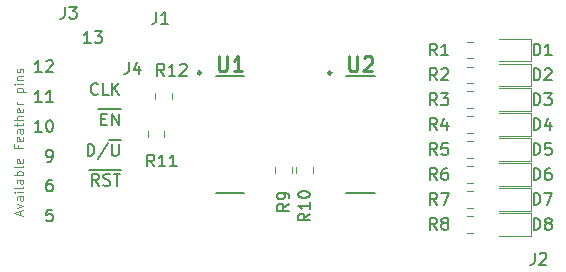
<source format=gbr>
G04 #@! TF.GenerationSoftware,KiCad,Pcbnew,(5.1.4)-1*
G04 #@! TF.CreationDate,2019-11-29T16:32:21-05:00*
G04 #@! TF.ProjectId,Feather-8bit-counter,46656174-6865-4722-9d38-6269742d636f,rev?*
G04 #@! TF.SameCoordinates,Original*
G04 #@! TF.FileFunction,Legend,Top*
G04 #@! TF.FilePolarity,Positive*
%FSLAX46Y46*%
G04 Gerber Fmt 4.6, Leading zero omitted, Abs format (unit mm)*
G04 Created by KiCad (PCBNEW (5.1.4)-1) date 2019-11-29 16:32:21*
%MOMM*%
%LPD*%
G04 APERTURE LIST*
%ADD10C,0.150000*%
%ADD11C,0.100000*%
%ADD12C,0.120000*%
%ADD13C,0.250000*%
%ADD14C,0.152400*%
%ADD15C,0.254000*%
G04 APERTURE END LIST*
D10*
X105649424Y-63849000D02*
X105173233Y-63849000D01*
X105125614Y-64325191D01*
X105173233Y-64277572D01*
X105268471Y-64229953D01*
X105506567Y-64229953D01*
X105601805Y-64277572D01*
X105649424Y-64325191D01*
X105697043Y-64420429D01*
X105697043Y-64658524D01*
X105649424Y-64753762D01*
X105601805Y-64801381D01*
X105506567Y-64849000D01*
X105268471Y-64849000D01*
X105173233Y-64801381D01*
X105125614Y-64753762D01*
X105601805Y-61322545D02*
X105411329Y-61322545D01*
X105316090Y-61370165D01*
X105268471Y-61417784D01*
X105173233Y-61560641D01*
X105125614Y-61751117D01*
X105125614Y-62132069D01*
X105173233Y-62227307D01*
X105220852Y-62274926D01*
X105316090Y-62322545D01*
X105506567Y-62322545D01*
X105601805Y-62274926D01*
X105649424Y-62227307D01*
X105697043Y-62132069D01*
X105697043Y-61893974D01*
X105649424Y-61798736D01*
X105601805Y-61751117D01*
X105506567Y-61703498D01*
X105316090Y-61703498D01*
X105220852Y-61751117D01*
X105173233Y-61798736D01*
X105125614Y-61893974D01*
X105220852Y-59796092D02*
X105411329Y-59796092D01*
X105506567Y-59748473D01*
X105554186Y-59700854D01*
X105649424Y-59557997D01*
X105697043Y-59367521D01*
X105697043Y-58986569D01*
X105649424Y-58891331D01*
X105601805Y-58843712D01*
X105506567Y-58796092D01*
X105316090Y-58796092D01*
X105220852Y-58843712D01*
X105173233Y-58891331D01*
X105125614Y-58986569D01*
X105125614Y-59224664D01*
X105173233Y-59319902D01*
X105220852Y-59367521D01*
X105316090Y-59415140D01*
X105506567Y-59415140D01*
X105601805Y-59367521D01*
X105649424Y-59319902D01*
X105697043Y-59224664D01*
X104744662Y-57269639D02*
X104173234Y-57269639D01*
X104458948Y-57269639D02*
X104458948Y-56269639D01*
X104363710Y-56412497D01*
X104268472Y-56507735D01*
X104173234Y-56555354D01*
X105363710Y-56269639D02*
X105458948Y-56269639D01*
X105554186Y-56317259D01*
X105601805Y-56364878D01*
X105649424Y-56460116D01*
X105697043Y-56650592D01*
X105697043Y-56888687D01*
X105649424Y-57079163D01*
X105601805Y-57174401D01*
X105554186Y-57222020D01*
X105458948Y-57269639D01*
X105363710Y-57269639D01*
X105268472Y-57222020D01*
X105220853Y-57174401D01*
X105173234Y-57079163D01*
X105125615Y-56888687D01*
X105125615Y-56650592D01*
X105173234Y-56460116D01*
X105220853Y-56364878D01*
X105268472Y-56317259D01*
X105363710Y-56269639D01*
X104744662Y-54743186D02*
X104173234Y-54743186D01*
X104458948Y-54743186D02*
X104458948Y-53743186D01*
X104363710Y-53886044D01*
X104268472Y-53981282D01*
X104173234Y-54028901D01*
X105697043Y-54743186D02*
X105125615Y-54743186D01*
X105411329Y-54743186D02*
X105411329Y-53743186D01*
X105316091Y-53886044D01*
X105220853Y-53981282D01*
X105125615Y-54028901D01*
X104744662Y-52216733D02*
X104173234Y-52216733D01*
X104458948Y-52216733D02*
X104458948Y-51216733D01*
X104363710Y-51359591D01*
X104268472Y-51454829D01*
X104173234Y-51502448D01*
X105125615Y-51311972D02*
X105173234Y-51264353D01*
X105268472Y-51216733D01*
X105506567Y-51216733D01*
X105601805Y-51264353D01*
X105649424Y-51311972D01*
X105697043Y-51407210D01*
X105697043Y-51502448D01*
X105649424Y-51645305D01*
X105077996Y-52216733D01*
X105697043Y-52216733D01*
X108897443Y-49753780D02*
X108326015Y-49753780D01*
X108611729Y-49753780D02*
X108611729Y-48753780D01*
X108516491Y-48896638D01*
X108421253Y-48991876D01*
X108326015Y-49039495D01*
X109230777Y-48753780D02*
X109849824Y-48753780D01*
X109516491Y-49134733D01*
X109659348Y-49134733D01*
X109754586Y-49182352D01*
X109802205Y-49229971D01*
X109849824Y-49325209D01*
X109849824Y-49563304D01*
X109802205Y-49658542D01*
X109754586Y-49706161D01*
X109659348Y-49753780D01*
X109373634Y-49753780D01*
X109278396Y-49706161D01*
X109230777Y-49658542D01*
X108784830Y-60461560D02*
X109784830Y-60461560D01*
X109594353Y-61828940D02*
X109261020Y-61352750D01*
X109022925Y-61828940D02*
X109022925Y-60828940D01*
X109403877Y-60828940D01*
X109499115Y-60876560D01*
X109546734Y-60924179D01*
X109594353Y-61019417D01*
X109594353Y-61162274D01*
X109546734Y-61257512D01*
X109499115Y-61305131D01*
X109403877Y-61352750D01*
X109022925Y-61352750D01*
X109784830Y-60461560D02*
X110737211Y-60461560D01*
X109975306Y-61781321D02*
X110118163Y-61828940D01*
X110356258Y-61828940D01*
X110451496Y-61781321D01*
X110499115Y-61733702D01*
X110546734Y-61638464D01*
X110546734Y-61543226D01*
X110499115Y-61447988D01*
X110451496Y-61400369D01*
X110356258Y-61352750D01*
X110165782Y-61305131D01*
X110070544Y-61257512D01*
X110022925Y-61209893D01*
X109975306Y-61114655D01*
X109975306Y-61019417D01*
X110022925Y-60924179D01*
X110070544Y-60876560D01*
X110165782Y-60828940D01*
X110403877Y-60828940D01*
X110546734Y-60876560D01*
X110737211Y-60461560D02*
X111499115Y-60461560D01*
X110832449Y-60828940D02*
X111403877Y-60828940D01*
X111118163Y-61828940D02*
X111118163Y-60828940D01*
D11*
X102944200Y-64311628D02*
X102944200Y-63954485D01*
X103158485Y-64383057D02*
X102408485Y-64133057D01*
X103158485Y-63883057D01*
X102658485Y-63704485D02*
X103158485Y-63525914D01*
X102658485Y-63347342D01*
X103158485Y-62740200D02*
X102765628Y-62740200D01*
X102694200Y-62775914D01*
X102658485Y-62847342D01*
X102658485Y-62990200D01*
X102694200Y-63061628D01*
X103122771Y-62740200D02*
X103158485Y-62811628D01*
X103158485Y-62990200D01*
X103122771Y-63061628D01*
X103051342Y-63097342D01*
X102979914Y-63097342D01*
X102908485Y-63061628D01*
X102872771Y-62990200D01*
X102872771Y-62811628D01*
X102837057Y-62740200D01*
X103158485Y-62383057D02*
X102658485Y-62383057D01*
X102408485Y-62383057D02*
X102444200Y-62418771D01*
X102479914Y-62383057D01*
X102444200Y-62347342D01*
X102408485Y-62383057D01*
X102479914Y-62383057D01*
X103158485Y-61918771D02*
X103122771Y-61990200D01*
X103051342Y-62025914D01*
X102408485Y-62025914D01*
X103158485Y-61311628D02*
X102765628Y-61311628D01*
X102694200Y-61347342D01*
X102658485Y-61418771D01*
X102658485Y-61561628D01*
X102694200Y-61633057D01*
X103122771Y-61311628D02*
X103158485Y-61383057D01*
X103158485Y-61561628D01*
X103122771Y-61633057D01*
X103051342Y-61668771D01*
X102979914Y-61668771D01*
X102908485Y-61633057D01*
X102872771Y-61561628D01*
X102872771Y-61383057D01*
X102837057Y-61311628D01*
X103158485Y-60954485D02*
X102408485Y-60954485D01*
X102694200Y-60954485D02*
X102658485Y-60883057D01*
X102658485Y-60740200D01*
X102694200Y-60668771D01*
X102729914Y-60633057D01*
X102801342Y-60597342D01*
X103015628Y-60597342D01*
X103087057Y-60633057D01*
X103122771Y-60668771D01*
X103158485Y-60740200D01*
X103158485Y-60883057D01*
X103122771Y-60954485D01*
X103158485Y-60168771D02*
X103122771Y-60240200D01*
X103051342Y-60275914D01*
X102408485Y-60275914D01*
X103122771Y-59597342D02*
X103158485Y-59668771D01*
X103158485Y-59811628D01*
X103122771Y-59883057D01*
X103051342Y-59918771D01*
X102765628Y-59918771D01*
X102694200Y-59883057D01*
X102658485Y-59811628D01*
X102658485Y-59668771D01*
X102694200Y-59597342D01*
X102765628Y-59561628D01*
X102837057Y-59561628D01*
X102908485Y-59918771D01*
X102765628Y-58418771D02*
X102765628Y-58668771D01*
X103158485Y-58668771D02*
X102408485Y-58668771D01*
X102408485Y-58311628D01*
X103122771Y-57740200D02*
X103158485Y-57811628D01*
X103158485Y-57954485D01*
X103122771Y-58025914D01*
X103051342Y-58061628D01*
X102765628Y-58061628D01*
X102694200Y-58025914D01*
X102658485Y-57954485D01*
X102658485Y-57811628D01*
X102694200Y-57740200D01*
X102765628Y-57704485D01*
X102837057Y-57704485D01*
X102908485Y-58061628D01*
X103158485Y-57061628D02*
X102765628Y-57061628D01*
X102694200Y-57097342D01*
X102658485Y-57168771D01*
X102658485Y-57311628D01*
X102694200Y-57383057D01*
X103122771Y-57061628D02*
X103158485Y-57133057D01*
X103158485Y-57311628D01*
X103122771Y-57383057D01*
X103051342Y-57418771D01*
X102979914Y-57418771D01*
X102908485Y-57383057D01*
X102872771Y-57311628D01*
X102872771Y-57133057D01*
X102837057Y-57061628D01*
X102658485Y-56811628D02*
X102658485Y-56525914D01*
X102408485Y-56704485D02*
X103051342Y-56704485D01*
X103122771Y-56668771D01*
X103158485Y-56597342D01*
X103158485Y-56525914D01*
X103158485Y-56275914D02*
X102408485Y-56275914D01*
X103158485Y-55954485D02*
X102765628Y-55954485D01*
X102694200Y-55990200D01*
X102658485Y-56061628D01*
X102658485Y-56168771D01*
X102694200Y-56240200D01*
X102729914Y-56275914D01*
X103122771Y-55311628D02*
X103158485Y-55383057D01*
X103158485Y-55525914D01*
X103122771Y-55597342D01*
X103051342Y-55633057D01*
X102765628Y-55633057D01*
X102694200Y-55597342D01*
X102658485Y-55525914D01*
X102658485Y-55383057D01*
X102694200Y-55311628D01*
X102765628Y-55275914D01*
X102837057Y-55275914D01*
X102908485Y-55633057D01*
X103158485Y-54954485D02*
X102658485Y-54954485D01*
X102801342Y-54954485D02*
X102729914Y-54918771D01*
X102694200Y-54883057D01*
X102658485Y-54811628D01*
X102658485Y-54740200D01*
X102658485Y-53918771D02*
X103408485Y-53918771D01*
X102694200Y-53918771D02*
X102658485Y-53847342D01*
X102658485Y-53704485D01*
X102694200Y-53633057D01*
X102729914Y-53597342D01*
X102801342Y-53561628D01*
X103015628Y-53561628D01*
X103087057Y-53597342D01*
X103122771Y-53633057D01*
X103158485Y-53704485D01*
X103158485Y-53847342D01*
X103122771Y-53918771D01*
X103158485Y-53240200D02*
X102658485Y-53240200D01*
X102408485Y-53240200D02*
X102444200Y-53275914D01*
X102479914Y-53240200D01*
X102444200Y-53204485D01*
X102408485Y-53240200D01*
X102479914Y-53240200D01*
X102658485Y-52883057D02*
X103158485Y-52883057D01*
X102729914Y-52883057D02*
X102694200Y-52847342D01*
X102658485Y-52775914D01*
X102658485Y-52668771D01*
X102694200Y-52597342D01*
X102765628Y-52561628D01*
X103158485Y-52561628D01*
X103122771Y-52240200D02*
X103158485Y-52168771D01*
X103158485Y-52025914D01*
X103122771Y-51954485D01*
X103051342Y-51918771D01*
X103015628Y-51918771D01*
X102944200Y-51954485D01*
X102908485Y-52025914D01*
X102908485Y-52133057D01*
X102872771Y-52204485D01*
X102801342Y-52240200D01*
X102765628Y-52240200D01*
X102694200Y-52204485D01*
X102658485Y-52133057D01*
X102658485Y-52025914D01*
X102694200Y-51954485D01*
D10*
X108641973Y-59304180D02*
X108641973Y-58304180D01*
X108880068Y-58304180D01*
X109022925Y-58351800D01*
X109118163Y-58447038D01*
X109165782Y-58542276D01*
X109213401Y-58732752D01*
X109213401Y-58875609D01*
X109165782Y-59066085D01*
X109118163Y-59161323D01*
X109022925Y-59256561D01*
X108880068Y-59304180D01*
X108641973Y-59304180D01*
X110356258Y-58256561D02*
X109499116Y-59542276D01*
X110451497Y-57936800D02*
X111499116Y-57936800D01*
X110689592Y-58304180D02*
X110689592Y-59113704D01*
X110737211Y-59208942D01*
X110784830Y-59256561D01*
X110880068Y-59304180D01*
X111070544Y-59304180D01*
X111165782Y-59256561D01*
X111213401Y-59208942D01*
X111261020Y-59113704D01*
X111261020Y-58304180D01*
X109546734Y-55358700D02*
X110451496Y-55358700D01*
X109784829Y-56202271D02*
X110118163Y-56202271D01*
X110261020Y-56726080D02*
X109784829Y-56726080D01*
X109784829Y-55726080D01*
X110261020Y-55726080D01*
X110451496Y-55358700D02*
X111499115Y-55358700D01*
X110689591Y-56726080D02*
X110689591Y-55726080D01*
X111261020Y-56726080D01*
X111261020Y-55726080D01*
X109499115Y-54052742D02*
X109451496Y-54100361D01*
X109308639Y-54147980D01*
X109213401Y-54147980D01*
X109070544Y-54100361D01*
X108975306Y-54005123D01*
X108927687Y-53909885D01*
X108880068Y-53719409D01*
X108880068Y-53576552D01*
X108927687Y-53386076D01*
X108975306Y-53290838D01*
X109070544Y-53195600D01*
X109213401Y-53147980D01*
X109308639Y-53147980D01*
X109451496Y-53195600D01*
X109499115Y-53243219D01*
X110403877Y-54147980D02*
X109927687Y-54147980D01*
X109927687Y-53147980D01*
X110737211Y-54147980D02*
X110737211Y-53147980D01*
X111308639Y-54147980D02*
X110880068Y-53576552D01*
X111308639Y-53147980D02*
X110737211Y-53719409D01*
D12*
X115772000Y-54487578D02*
X115772000Y-53970422D01*
X114352000Y-54487578D02*
X114352000Y-53970422D01*
X115124300Y-57687978D02*
X115124300Y-57170822D01*
X113704300Y-57687978D02*
X113704300Y-57170822D01*
X126290000Y-60269622D02*
X126290000Y-60786778D01*
X127710000Y-60269622D02*
X127710000Y-60786778D01*
X124524700Y-60254382D02*
X124524700Y-60771538D01*
X125944700Y-60254382D02*
X125944700Y-60771538D01*
D13*
X118226815Y-52285900D02*
G75*
G03X118226815Y-52285900I-129515J0D01*
G01*
D14*
X120383300Y-52578000D02*
X119468900Y-52578000D01*
X120992900Y-52578000D02*
X120383300Y-52578000D01*
X121907300Y-52578000D02*
X120992900Y-52578000D01*
X119468900Y-62484000D02*
X121907300Y-62484000D01*
D13*
X129263115Y-52285900D02*
G75*
G03X129263115Y-52285900I-129515J0D01*
G01*
D14*
X131419600Y-52578000D02*
X130505200Y-52578000D01*
X132029200Y-52578000D02*
X131419600Y-52578000D01*
X132943600Y-52578000D02*
X132029200Y-52578000D01*
X130505200Y-62484000D02*
X132943600Y-62484000D01*
D12*
X141279138Y-64390200D02*
X140761982Y-64390200D01*
X141279138Y-65810200D02*
X140761982Y-65810200D01*
X141279138Y-62282000D02*
X140761982Y-62282000D01*
X141279138Y-63702000D02*
X140761982Y-63702000D01*
X141279138Y-60173800D02*
X140761982Y-60173800D01*
X141279138Y-61593800D02*
X140761982Y-61593800D01*
X141279138Y-58065600D02*
X140761982Y-58065600D01*
X141279138Y-59485600D02*
X140761982Y-59485600D01*
X141279138Y-55957400D02*
X140761982Y-55957400D01*
X141279138Y-57377400D02*
X140761982Y-57377400D01*
X141279138Y-53849200D02*
X140761982Y-53849200D01*
X141279138Y-55269200D02*
X140761982Y-55269200D01*
X141279138Y-51741000D02*
X140761982Y-51741000D01*
X141279138Y-53161000D02*
X140761982Y-53161000D01*
X141279138Y-49632800D02*
X140761982Y-49632800D01*
X141279138Y-51052800D02*
X140761982Y-51052800D01*
X146162740Y-64140200D02*
X143477740Y-64140200D01*
X146162740Y-66060200D02*
X146162740Y-64140200D01*
X143477740Y-66060200D02*
X146162740Y-66060200D01*
X146162740Y-62032000D02*
X143477740Y-62032000D01*
X146162740Y-63952000D02*
X146162740Y-62032000D01*
X143477740Y-63952000D02*
X146162740Y-63952000D01*
X146162740Y-59923800D02*
X143477740Y-59923800D01*
X146162740Y-61843800D02*
X146162740Y-59923800D01*
X143477740Y-61843800D02*
X146162740Y-61843800D01*
X146162740Y-57815600D02*
X143477740Y-57815600D01*
X146162740Y-59735600D02*
X146162740Y-57815600D01*
X143477740Y-59735600D02*
X146162740Y-59735600D01*
X146162740Y-55707400D02*
X143477740Y-55707400D01*
X146162740Y-57627400D02*
X146162740Y-55707400D01*
X143477740Y-57627400D02*
X146162740Y-57627400D01*
X146162740Y-53599200D02*
X143477740Y-53599200D01*
X146162740Y-55519200D02*
X146162740Y-53599200D01*
X143477740Y-55519200D02*
X146162740Y-55519200D01*
X146162740Y-51491000D02*
X143477740Y-51491000D01*
X146162740Y-53411000D02*
X146162740Y-51491000D01*
X143477740Y-53411000D02*
X146162740Y-53411000D01*
X146162740Y-49382800D02*
X143477740Y-49382800D01*
X146162740Y-51302800D02*
X146162740Y-49382800D01*
X143477740Y-51302800D02*
X146162740Y-51302800D01*
D10*
X115117642Y-52522380D02*
X114784309Y-52046190D01*
X114546214Y-52522380D02*
X114546214Y-51522380D01*
X114927166Y-51522380D01*
X115022404Y-51570000D01*
X115070023Y-51617619D01*
X115117642Y-51712857D01*
X115117642Y-51855714D01*
X115070023Y-51950952D01*
X115022404Y-51998571D01*
X114927166Y-52046190D01*
X114546214Y-52046190D01*
X116070023Y-52522380D02*
X115498595Y-52522380D01*
X115784309Y-52522380D02*
X115784309Y-51522380D01*
X115689071Y-51665238D01*
X115593833Y-51760476D01*
X115498595Y-51808095D01*
X116450976Y-51617619D02*
X116498595Y-51570000D01*
X116593833Y-51522380D01*
X116831928Y-51522380D01*
X116927166Y-51570000D01*
X116974785Y-51617619D01*
X117022404Y-51712857D01*
X117022404Y-51808095D01*
X116974785Y-51950952D01*
X116403357Y-52522380D01*
X117022404Y-52522380D01*
X114266742Y-60205880D02*
X113933409Y-59729690D01*
X113695314Y-60205880D02*
X113695314Y-59205880D01*
X114076266Y-59205880D01*
X114171504Y-59253500D01*
X114219123Y-59301119D01*
X114266742Y-59396357D01*
X114266742Y-59539214D01*
X114219123Y-59634452D01*
X114171504Y-59682071D01*
X114076266Y-59729690D01*
X113695314Y-59729690D01*
X115219123Y-60205880D02*
X114647695Y-60205880D01*
X114933409Y-60205880D02*
X114933409Y-59205880D01*
X114838171Y-59348738D01*
X114742933Y-59443976D01*
X114647695Y-59491595D01*
X116171504Y-60205880D02*
X115600076Y-60205880D01*
X115885790Y-60205880D02*
X115885790Y-59205880D01*
X115790552Y-59348738D01*
X115695314Y-59443976D01*
X115600076Y-59491595D01*
X127457460Y-64193657D02*
X126981270Y-64526990D01*
X127457460Y-64765085D02*
X126457460Y-64765085D01*
X126457460Y-64384133D01*
X126505080Y-64288895D01*
X126552699Y-64241276D01*
X126647937Y-64193657D01*
X126790794Y-64193657D01*
X126886032Y-64241276D01*
X126933651Y-64288895D01*
X126981270Y-64384133D01*
X126981270Y-64765085D01*
X127457460Y-63241276D02*
X127457460Y-63812704D01*
X127457460Y-63526990D02*
X126457460Y-63526990D01*
X126600318Y-63622228D01*
X126695556Y-63717466D01*
X126743175Y-63812704D01*
X126457460Y-62622228D02*
X126457460Y-62526990D01*
X126505080Y-62431752D01*
X126552699Y-62384133D01*
X126647937Y-62336514D01*
X126838413Y-62288895D01*
X127076508Y-62288895D01*
X127266984Y-62336514D01*
X127362222Y-62384133D01*
X127409841Y-62431752D01*
X127457460Y-62526990D01*
X127457460Y-62622228D01*
X127409841Y-62717466D01*
X127362222Y-62765085D01*
X127266984Y-62812704D01*
X127076508Y-62860323D01*
X126838413Y-62860323D01*
X126647937Y-62812704D01*
X126552699Y-62765085D01*
X126505080Y-62717466D01*
X126457460Y-62622228D01*
X112107386Y-51369980D02*
X112107386Y-52084266D01*
X112059767Y-52227123D01*
X111964529Y-52322361D01*
X111821672Y-52369980D01*
X111726434Y-52369980D01*
X113012148Y-51703314D02*
X113012148Y-52369980D01*
X112774053Y-51322361D02*
X112535958Y-52036647D01*
X113155005Y-52036647D01*
X106707346Y-46686220D02*
X106707346Y-47400506D01*
X106659727Y-47543363D01*
X106564489Y-47638601D01*
X106421632Y-47686220D01*
X106326394Y-47686220D01*
X107088299Y-46686220D02*
X107707346Y-46686220D01*
X107374013Y-47067173D01*
X107516870Y-47067173D01*
X107612108Y-47114792D01*
X107659727Y-47162411D01*
X107707346Y-47257649D01*
X107707346Y-47495744D01*
X107659727Y-47590982D01*
X107612108Y-47638601D01*
X107516870Y-47686220D01*
X107231156Y-47686220D01*
X107135918Y-47638601D01*
X107088299Y-47590982D01*
X114430666Y-47102780D02*
X114430666Y-47817066D01*
X114383047Y-47959923D01*
X114287809Y-48055161D01*
X114144952Y-48102780D01*
X114049714Y-48102780D01*
X115430666Y-48102780D02*
X114859238Y-48102780D01*
X115144952Y-48102780D02*
X115144952Y-47102780D01*
X115049714Y-47245638D01*
X114954476Y-47340876D01*
X114859238Y-47388495D01*
X146473586Y-67514220D02*
X146473586Y-68228506D01*
X146425967Y-68371363D01*
X146330729Y-68466601D01*
X146187872Y-68514220D01*
X146092634Y-68514220D01*
X146902158Y-67609459D02*
X146949777Y-67561840D01*
X147045015Y-67514220D01*
X147283110Y-67514220D01*
X147378348Y-67561840D01*
X147425967Y-67609459D01*
X147473586Y-67704697D01*
X147473586Y-67799935D01*
X147425967Y-67942792D01*
X146854539Y-68514220D01*
X147473586Y-68514220D01*
X125692160Y-63372026D02*
X125215970Y-63705360D01*
X125692160Y-63943455D02*
X124692160Y-63943455D01*
X124692160Y-63562502D01*
X124739780Y-63467264D01*
X124787399Y-63419645D01*
X124882637Y-63372026D01*
X125025494Y-63372026D01*
X125120732Y-63419645D01*
X125168351Y-63467264D01*
X125215970Y-63562502D01*
X125215970Y-63943455D01*
X125692160Y-62895836D02*
X125692160Y-62705360D01*
X125644541Y-62610121D01*
X125596922Y-62562502D01*
X125454065Y-62467264D01*
X125263589Y-62419645D01*
X124882637Y-62419645D01*
X124787399Y-62467264D01*
X124739780Y-62514883D01*
X124692160Y-62610121D01*
X124692160Y-62800598D01*
X124739780Y-62895836D01*
X124787399Y-62943455D01*
X124882637Y-62991074D01*
X125120732Y-62991074D01*
X125215970Y-62943455D01*
X125263589Y-62895836D01*
X125311208Y-62800598D01*
X125311208Y-62610121D01*
X125263589Y-62514883D01*
X125215970Y-62467264D01*
X125120732Y-62419645D01*
D15*
X119720480Y-50879223D02*
X119720480Y-51907319D01*
X119780957Y-52028271D01*
X119841433Y-52088747D01*
X119962385Y-52149223D01*
X120204290Y-52149223D01*
X120325242Y-52088747D01*
X120385719Y-52028271D01*
X120446195Y-51907319D01*
X120446195Y-50879223D01*
X121716195Y-52149223D02*
X120990480Y-52149223D01*
X121353338Y-52149223D02*
X121353338Y-50879223D01*
X121232385Y-51060652D01*
X121111433Y-51181604D01*
X120990480Y-51242080D01*
X130756780Y-50879223D02*
X130756780Y-51907319D01*
X130817257Y-52028271D01*
X130877733Y-52088747D01*
X130998685Y-52149223D01*
X131240590Y-52149223D01*
X131361542Y-52088747D01*
X131422019Y-52028271D01*
X131482495Y-51907319D01*
X131482495Y-50879223D01*
X132026780Y-51000176D02*
X132087257Y-50939700D01*
X132208209Y-50879223D01*
X132510590Y-50879223D01*
X132631542Y-50939700D01*
X132692019Y-51000176D01*
X132752495Y-51121128D01*
X132752495Y-51242080D01*
X132692019Y-51423509D01*
X131966304Y-52149223D01*
X132752495Y-52149223D01*
D10*
X138204913Y-65552580D02*
X137871580Y-65076390D01*
X137633484Y-65552580D02*
X137633484Y-64552580D01*
X138014437Y-64552580D01*
X138109675Y-64600200D01*
X138157294Y-64647819D01*
X138204913Y-64743057D01*
X138204913Y-64885914D01*
X138157294Y-64981152D01*
X138109675Y-65028771D01*
X138014437Y-65076390D01*
X137633484Y-65076390D01*
X138776341Y-64981152D02*
X138681103Y-64933533D01*
X138633484Y-64885914D01*
X138585865Y-64790676D01*
X138585865Y-64743057D01*
X138633484Y-64647819D01*
X138681103Y-64600200D01*
X138776341Y-64552580D01*
X138966818Y-64552580D01*
X139062056Y-64600200D01*
X139109675Y-64647819D01*
X139157294Y-64743057D01*
X139157294Y-64790676D01*
X139109675Y-64885914D01*
X139062056Y-64933533D01*
X138966818Y-64981152D01*
X138776341Y-64981152D01*
X138681103Y-65028771D01*
X138633484Y-65076390D01*
X138585865Y-65171628D01*
X138585865Y-65362104D01*
X138633484Y-65457342D01*
X138681103Y-65504961D01*
X138776341Y-65552580D01*
X138966818Y-65552580D01*
X139062056Y-65504961D01*
X139109675Y-65457342D01*
X139157294Y-65362104D01*
X139157294Y-65171628D01*
X139109675Y-65076390D01*
X139062056Y-65028771D01*
X138966818Y-64981152D01*
X138204913Y-63449460D02*
X137871580Y-62973270D01*
X137633484Y-63449460D02*
X137633484Y-62449460D01*
X138014437Y-62449460D01*
X138109675Y-62497080D01*
X138157294Y-62544699D01*
X138204913Y-62639937D01*
X138204913Y-62782794D01*
X138157294Y-62878032D01*
X138109675Y-62925651D01*
X138014437Y-62973270D01*
X137633484Y-62973270D01*
X138538246Y-62449460D02*
X139204913Y-62449460D01*
X138776341Y-63449460D01*
X138204913Y-61336180D02*
X137871580Y-60859990D01*
X137633484Y-61336180D02*
X137633484Y-60336180D01*
X138014437Y-60336180D01*
X138109675Y-60383800D01*
X138157294Y-60431419D01*
X138204913Y-60526657D01*
X138204913Y-60669514D01*
X138157294Y-60764752D01*
X138109675Y-60812371D01*
X138014437Y-60859990D01*
X137633484Y-60859990D01*
X139062056Y-60336180D02*
X138871580Y-60336180D01*
X138776341Y-60383800D01*
X138728722Y-60431419D01*
X138633484Y-60574276D01*
X138585865Y-60764752D01*
X138585865Y-61145704D01*
X138633484Y-61240942D01*
X138681103Y-61288561D01*
X138776341Y-61336180D01*
X138966818Y-61336180D01*
X139062056Y-61288561D01*
X139109675Y-61240942D01*
X139157294Y-61145704D01*
X139157294Y-60907609D01*
X139109675Y-60812371D01*
X139062056Y-60764752D01*
X138966818Y-60717133D01*
X138776341Y-60717133D01*
X138681103Y-60764752D01*
X138633484Y-60812371D01*
X138585865Y-60907609D01*
X138204913Y-59227980D02*
X137871580Y-58751790D01*
X137633484Y-59227980D02*
X137633484Y-58227980D01*
X138014437Y-58227980D01*
X138109675Y-58275600D01*
X138157294Y-58323219D01*
X138204913Y-58418457D01*
X138204913Y-58561314D01*
X138157294Y-58656552D01*
X138109675Y-58704171D01*
X138014437Y-58751790D01*
X137633484Y-58751790D01*
X139109675Y-58227980D02*
X138633484Y-58227980D01*
X138585865Y-58704171D01*
X138633484Y-58656552D01*
X138728722Y-58608933D01*
X138966818Y-58608933D01*
X139062056Y-58656552D01*
X139109675Y-58704171D01*
X139157294Y-58799409D01*
X139157294Y-59037504D01*
X139109675Y-59132742D01*
X139062056Y-59180361D01*
X138966818Y-59227980D01*
X138728722Y-59227980D01*
X138633484Y-59180361D01*
X138585865Y-59132742D01*
X138204913Y-57119780D02*
X137871580Y-56643590D01*
X137633484Y-57119780D02*
X137633484Y-56119780D01*
X138014437Y-56119780D01*
X138109675Y-56167400D01*
X138157294Y-56215019D01*
X138204913Y-56310257D01*
X138204913Y-56453114D01*
X138157294Y-56548352D01*
X138109675Y-56595971D01*
X138014437Y-56643590D01*
X137633484Y-56643590D01*
X139062056Y-56453114D02*
X139062056Y-57119780D01*
X138823960Y-56072161D02*
X138585865Y-56786447D01*
X139204913Y-56786447D01*
X138204913Y-55016660D02*
X137871580Y-54540470D01*
X137633484Y-55016660D02*
X137633484Y-54016660D01*
X138014437Y-54016660D01*
X138109675Y-54064280D01*
X138157294Y-54111899D01*
X138204913Y-54207137D01*
X138204913Y-54349994D01*
X138157294Y-54445232D01*
X138109675Y-54492851D01*
X138014437Y-54540470D01*
X137633484Y-54540470D01*
X138538246Y-54016660D02*
X139157294Y-54016660D01*
X138823960Y-54397613D01*
X138966818Y-54397613D01*
X139062056Y-54445232D01*
X139109675Y-54492851D01*
X139157294Y-54588089D01*
X139157294Y-54826184D01*
X139109675Y-54921422D01*
X139062056Y-54969041D01*
X138966818Y-55016660D01*
X138681103Y-55016660D01*
X138585865Y-54969041D01*
X138538246Y-54921422D01*
X138204913Y-52898300D02*
X137871580Y-52422110D01*
X137633484Y-52898300D02*
X137633484Y-51898300D01*
X138014437Y-51898300D01*
X138109675Y-51945920D01*
X138157294Y-51993539D01*
X138204913Y-52088777D01*
X138204913Y-52231634D01*
X138157294Y-52326872D01*
X138109675Y-52374491D01*
X138014437Y-52422110D01*
X137633484Y-52422110D01*
X138585865Y-51993539D02*
X138633484Y-51945920D01*
X138728722Y-51898300D01*
X138966818Y-51898300D01*
X139062056Y-51945920D01*
X139109675Y-51993539D01*
X139157294Y-52088777D01*
X139157294Y-52184015D01*
X139109675Y-52326872D01*
X138538246Y-52898300D01*
X139157294Y-52898300D01*
X138204913Y-50800260D02*
X137871580Y-50324070D01*
X137633484Y-50800260D02*
X137633484Y-49800260D01*
X138014437Y-49800260D01*
X138109675Y-49847880D01*
X138157294Y-49895499D01*
X138204913Y-49990737D01*
X138204913Y-50133594D01*
X138157294Y-50228832D01*
X138109675Y-50276451D01*
X138014437Y-50324070D01*
X137633484Y-50324070D01*
X139157294Y-50800260D02*
X138585865Y-50800260D01*
X138871580Y-50800260D02*
X138871580Y-49800260D01*
X138776341Y-49943118D01*
X138681103Y-50038356D01*
X138585865Y-50085975D01*
X146391404Y-65562740D02*
X146391404Y-64562740D01*
X146629500Y-64562740D01*
X146772357Y-64610360D01*
X146867595Y-64705598D01*
X146915214Y-64800836D01*
X146962833Y-64991312D01*
X146962833Y-65134169D01*
X146915214Y-65324645D01*
X146867595Y-65419883D01*
X146772357Y-65515121D01*
X146629500Y-65562740D01*
X146391404Y-65562740D01*
X147534261Y-64991312D02*
X147439023Y-64943693D01*
X147391404Y-64896074D01*
X147343785Y-64800836D01*
X147343785Y-64753217D01*
X147391404Y-64657979D01*
X147439023Y-64610360D01*
X147534261Y-64562740D01*
X147724738Y-64562740D01*
X147819976Y-64610360D01*
X147867595Y-64657979D01*
X147915214Y-64753217D01*
X147915214Y-64800836D01*
X147867595Y-64896074D01*
X147819976Y-64943693D01*
X147724738Y-64991312D01*
X147534261Y-64991312D01*
X147439023Y-65038931D01*
X147391404Y-65086550D01*
X147343785Y-65181788D01*
X147343785Y-65372264D01*
X147391404Y-65467502D01*
X147439023Y-65515121D01*
X147534261Y-65562740D01*
X147724738Y-65562740D01*
X147819976Y-65515121D01*
X147867595Y-65467502D01*
X147915214Y-65372264D01*
X147915214Y-65181788D01*
X147867595Y-65086550D01*
X147819976Y-65038931D01*
X147724738Y-64991312D01*
X146391404Y-63444380D02*
X146391404Y-62444380D01*
X146629500Y-62444380D01*
X146772357Y-62492000D01*
X146867595Y-62587238D01*
X146915214Y-62682476D01*
X146962833Y-62872952D01*
X146962833Y-63015809D01*
X146915214Y-63206285D01*
X146867595Y-63301523D01*
X146772357Y-63396761D01*
X146629500Y-63444380D01*
X146391404Y-63444380D01*
X147296166Y-62444380D02*
X147962833Y-62444380D01*
X147534261Y-63444380D01*
X146391404Y-61336180D02*
X146391404Y-60336180D01*
X146629500Y-60336180D01*
X146772357Y-60383800D01*
X146867595Y-60479038D01*
X146915214Y-60574276D01*
X146962833Y-60764752D01*
X146962833Y-60907609D01*
X146915214Y-61098085D01*
X146867595Y-61193323D01*
X146772357Y-61288561D01*
X146629500Y-61336180D01*
X146391404Y-61336180D01*
X147819976Y-60336180D02*
X147629500Y-60336180D01*
X147534261Y-60383800D01*
X147486642Y-60431419D01*
X147391404Y-60574276D01*
X147343785Y-60764752D01*
X147343785Y-61145704D01*
X147391404Y-61240942D01*
X147439023Y-61288561D01*
X147534261Y-61336180D01*
X147724738Y-61336180D01*
X147819976Y-61288561D01*
X147867595Y-61240942D01*
X147915214Y-61145704D01*
X147915214Y-60907609D01*
X147867595Y-60812371D01*
X147819976Y-60764752D01*
X147724738Y-60717133D01*
X147534261Y-60717133D01*
X147439023Y-60764752D01*
X147391404Y-60812371D01*
X147343785Y-60907609D01*
X146391404Y-59227980D02*
X146391404Y-58227980D01*
X146629500Y-58227980D01*
X146772357Y-58275600D01*
X146867595Y-58370838D01*
X146915214Y-58466076D01*
X146962833Y-58656552D01*
X146962833Y-58799409D01*
X146915214Y-58989885D01*
X146867595Y-59085123D01*
X146772357Y-59180361D01*
X146629500Y-59227980D01*
X146391404Y-59227980D01*
X147867595Y-58227980D02*
X147391404Y-58227980D01*
X147343785Y-58704171D01*
X147391404Y-58656552D01*
X147486642Y-58608933D01*
X147724738Y-58608933D01*
X147819976Y-58656552D01*
X147867595Y-58704171D01*
X147915214Y-58799409D01*
X147915214Y-59037504D01*
X147867595Y-59132742D01*
X147819976Y-59180361D01*
X147724738Y-59227980D01*
X147486642Y-59227980D01*
X147391404Y-59180361D01*
X147343785Y-59132742D01*
X146391404Y-57119780D02*
X146391404Y-56119780D01*
X146629500Y-56119780D01*
X146772357Y-56167400D01*
X146867595Y-56262638D01*
X146915214Y-56357876D01*
X146962833Y-56548352D01*
X146962833Y-56691209D01*
X146915214Y-56881685D01*
X146867595Y-56976923D01*
X146772357Y-57072161D01*
X146629500Y-57119780D01*
X146391404Y-57119780D01*
X147819976Y-56453114D02*
X147819976Y-57119780D01*
X147581880Y-56072161D02*
X147343785Y-56786447D01*
X147962833Y-56786447D01*
X146391404Y-55006500D02*
X146391404Y-54006500D01*
X146629500Y-54006500D01*
X146772357Y-54054120D01*
X146867595Y-54149358D01*
X146915214Y-54244596D01*
X146962833Y-54435072D01*
X146962833Y-54577929D01*
X146915214Y-54768405D01*
X146867595Y-54863643D01*
X146772357Y-54958881D01*
X146629500Y-55006500D01*
X146391404Y-55006500D01*
X147296166Y-54006500D02*
X147915214Y-54006500D01*
X147581880Y-54387453D01*
X147724738Y-54387453D01*
X147819976Y-54435072D01*
X147867595Y-54482691D01*
X147915214Y-54577929D01*
X147915214Y-54816024D01*
X147867595Y-54911262D01*
X147819976Y-54958881D01*
X147724738Y-55006500D01*
X147439023Y-55006500D01*
X147343785Y-54958881D01*
X147296166Y-54911262D01*
X146391404Y-52900840D02*
X146391404Y-51900840D01*
X146629500Y-51900840D01*
X146772357Y-51948460D01*
X146867595Y-52043698D01*
X146915214Y-52138936D01*
X146962833Y-52329412D01*
X146962833Y-52472269D01*
X146915214Y-52662745D01*
X146867595Y-52757983D01*
X146772357Y-52853221D01*
X146629500Y-52900840D01*
X146391404Y-52900840D01*
X147343785Y-51996079D02*
X147391404Y-51948460D01*
X147486642Y-51900840D01*
X147724738Y-51900840D01*
X147819976Y-51948460D01*
X147867595Y-51996079D01*
X147915214Y-52091317D01*
X147915214Y-52186555D01*
X147867595Y-52329412D01*
X147296166Y-52900840D01*
X147915214Y-52900840D01*
X146391404Y-50795180D02*
X146391404Y-49795180D01*
X146629500Y-49795180D01*
X146772357Y-49842800D01*
X146867595Y-49938038D01*
X146915214Y-50033276D01*
X146962833Y-50223752D01*
X146962833Y-50366609D01*
X146915214Y-50557085D01*
X146867595Y-50652323D01*
X146772357Y-50747561D01*
X146629500Y-50795180D01*
X146391404Y-50795180D01*
X147915214Y-50795180D02*
X147343785Y-50795180D01*
X147629500Y-50795180D02*
X147629500Y-49795180D01*
X147534261Y-49938038D01*
X147439023Y-50033276D01*
X147343785Y-50080895D01*
M02*

</source>
